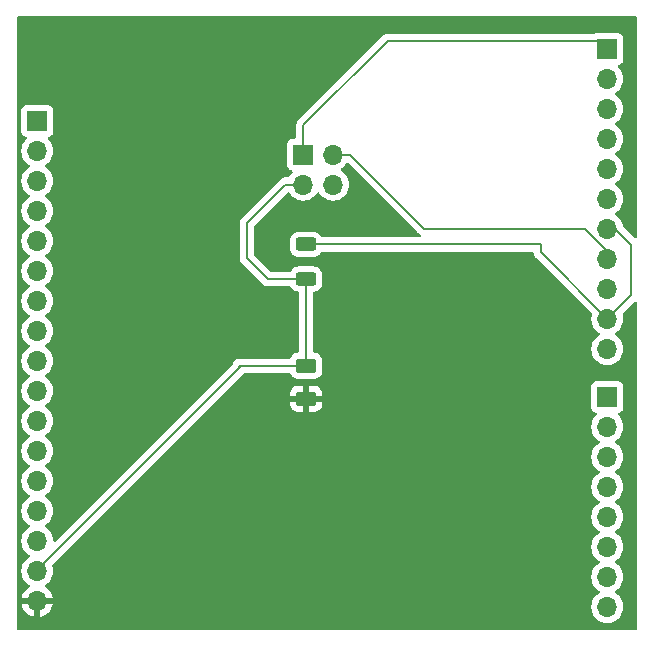
<source format=gbr>
%TF.GenerationSoftware,KiCad,Pcbnew,8.0.5*%
%TF.CreationDate,2024-10-18T19:53:41+02:00*%
%TF.ProjectId,p_ytka,70427974-6b61-42e6-9b69-6361645f7063,rev?*%
%TF.SameCoordinates,Original*%
%TF.FileFunction,Copper,L1,Top*%
%TF.FilePolarity,Positive*%
%FSLAX46Y46*%
G04 Gerber Fmt 4.6, Leading zero omitted, Abs format (unit mm)*
G04 Created by KiCad (PCBNEW 8.0.5) date 2024-10-18 19:53:41*
%MOMM*%
%LPD*%
G01*
G04 APERTURE LIST*
G04 Aperture macros list*
%AMRoundRect*
0 Rectangle with rounded corners*
0 $1 Rounding radius*
0 $2 $3 $4 $5 $6 $7 $8 $9 X,Y pos of 4 corners*
0 Add a 4 corners polygon primitive as box body*
4,1,4,$2,$3,$4,$5,$6,$7,$8,$9,$2,$3,0*
0 Add four circle primitives for the rounded corners*
1,1,$1+$1,$2,$3*
1,1,$1+$1,$4,$5*
1,1,$1+$1,$6,$7*
1,1,$1+$1,$8,$9*
0 Add four rect primitives between the rounded corners*
20,1,$1+$1,$2,$3,$4,$5,0*
20,1,$1+$1,$4,$5,$6,$7,0*
20,1,$1+$1,$6,$7,$8,$9,0*
20,1,$1+$1,$8,$9,$2,$3,0*%
G04 Aperture macros list end*
%TA.AperFunction,SMDPad,CuDef*%
%ADD10RoundRect,0.250000X0.625000X-0.375000X0.625000X0.375000X-0.625000X0.375000X-0.625000X-0.375000X0*%
%TD*%
%TA.AperFunction,SMDPad,CuDef*%
%ADD11RoundRect,0.250000X-0.625000X0.312500X-0.625000X-0.312500X0.625000X-0.312500X0.625000X0.312500X0*%
%TD*%
%TA.AperFunction,ComponentPad*%
%ADD12O,1.700000X1.700000*%
%TD*%
%TA.AperFunction,ComponentPad*%
%ADD13R,1.700000X1.700000*%
%TD*%
%TA.AperFunction,Conductor*%
%ADD14C,0.200000*%
%TD*%
G04 APERTURE END LIST*
D10*
%TO.P,D1,1,K*%
%TO.N,GND*%
X127500000Y-82900000D03*
%TO.P,D1,2,A*%
%TO.N,ADC*%
X127500000Y-80100000D03*
%TD*%
D11*
%TO.P,R1,1*%
%TO.N,INPUT*%
X127500000Y-69820000D03*
%TO.P,R1,2*%
%TO.N,ADC*%
X127500000Y-72745000D03*
%TD*%
D12*
%TO.P,REF\u002A\u002A,17*%
%TO.N,GND*%
X104740000Y-100000000D03*
%TO.P,REF\u002A\u002A,16*%
%TO.N,ADC*%
X104740000Y-97460000D03*
%TO.P,REF\u002A\u002A,15*%
%TO.N,N/C*%
X104740000Y-94920000D03*
%TO.P,REF\u002A\u002A,14*%
X104740000Y-92380000D03*
%TO.P,REF\u002A\u002A,13*%
X104740000Y-89840000D03*
%TO.P,REF\u002A\u002A,12*%
X104740000Y-87300000D03*
%TO.P,REF\u002A\u002A,11*%
X104740000Y-84760000D03*
%TO.P,REF\u002A\u002A,10*%
X104740000Y-82220000D03*
%TO.P,REF\u002A\u002A,9*%
X104740000Y-79680000D03*
%TO.P,REF\u002A\u002A,8*%
X104740000Y-77140000D03*
%TO.P,REF\u002A\u002A,7*%
X104740000Y-74600000D03*
%TO.P,REF\u002A\u002A,6*%
X104740000Y-72060000D03*
%TO.P,REF\u002A\u002A,5*%
X104740000Y-69520000D03*
%TO.P,REF\u002A\u002A,4*%
X104740000Y-66980000D03*
%TO.P,REF\u002A\u002A,3*%
X104740000Y-64440000D03*
%TO.P,REF\u002A\u002A,2*%
X104740000Y-61900000D03*
D13*
%TO.P,REF\u002A\u002A,1*%
X104740000Y-59360000D03*
%TD*%
%TO.P,REF\u002A\u002A,1*%
%TO.N,N/C*%
X153000000Y-82720000D03*
D12*
%TO.P,REF\u002A\u002A,2*%
X153000000Y-85260000D03*
%TO.P,REF\u002A\u002A,3*%
X153000000Y-87800000D03*
%TO.P,REF\u002A\u002A,4*%
X153000000Y-90340000D03*
%TO.P,REF\u002A\u002A,5*%
X153000000Y-92880000D03*
%TO.P,REF\u002A\u002A,6*%
X153000000Y-95420000D03*
%TO.P,REF\u002A\u002A,7*%
X153000000Y-97960000D03*
%TO.P,REF\u002A\u002A,8*%
X153000000Y-100500000D03*
%TD*%
D13*
%TO.P,REF\u002A\u002A,1*%
%TO.N,DAC_OUT*%
X127250000Y-62210000D03*
D12*
%TO.P,REF\u002A\u002A,2*%
%TO.N,ADC*%
X127250000Y-64750000D03*
%TO.P,REF\u002A\u002A,3*%
%TO.N,OPAMP_IN*%
X129790000Y-62210000D03*
%TO.P,REF\u002A\u002A,4*%
%TO.N,N/C*%
X129790000Y-64750000D03*
%TD*%
D13*
%TO.P,REF\u002A\u002A,1*%
%TO.N,DAC_OUT*%
X153000000Y-53260000D03*
D12*
%TO.P,REF\u002A\u002A,2*%
%TO.N,N/C*%
X153000000Y-55800000D03*
%TO.P,REF\u002A\u002A,3*%
X153000000Y-58340000D03*
%TO.P,REF\u002A\u002A,4*%
X153000000Y-60880000D03*
%TO.P,REF\u002A\u002A,5*%
X153000000Y-63420000D03*
%TO.P,REF\u002A\u002A,6*%
X153000000Y-65960000D03*
%TO.P,REF\u002A\u002A,7*%
%TO.N,INPUT*%
X153000000Y-68500000D03*
%TO.P,REF\u002A\u002A,8*%
%TO.N,OPAMP_IN*%
X153000000Y-71040000D03*
%TO.P,REF\u002A\u002A,9*%
%TO.N,N/C*%
X153000000Y-73580000D03*
%TO.P,REF\u002A\u002A,10*%
%TO.N,INPUT*%
X153000000Y-76120000D03*
%TO.P,REF\u002A\u002A,11*%
%TO.N,N/C*%
X153000000Y-78660000D03*
%TD*%
D14*
%TO.N,ADC*%
X104740000Y-97360000D02*
X104740000Y-97460000D01*
X122000000Y-80100000D02*
X121860000Y-80100000D01*
X122000000Y-80100000D02*
X104740000Y-97360000D01*
X127500000Y-80100000D02*
X122000000Y-80100000D01*
%TO.N,GND*%
X113000000Y-100000000D02*
X104740000Y-100000000D01*
X127500000Y-85500000D02*
X113000000Y-100000000D01*
X127500000Y-82900000D02*
X127500000Y-85500000D01*
%TO.N,INPUT*%
X147360000Y-70480000D02*
X153000000Y-76120000D01*
X147360000Y-69820000D02*
X147360000Y-70480000D01*
X127500000Y-69820000D02*
X147360000Y-69820000D01*
X155000000Y-74120000D02*
X153000000Y-76120000D01*
X155000000Y-69840000D02*
X155000000Y-74120000D01*
X153000000Y-67840000D02*
X155000000Y-69840000D01*
%TO.N,ADC*%
X127500000Y-72745000D02*
X127500000Y-80100000D01*
%TO.N,DAC_OUT*%
X134400000Y-52600000D02*
X153000000Y-52600000D01*
X127250000Y-59750000D02*
X134400000Y-52600000D01*
X127250000Y-62210000D02*
X127250000Y-59750000D01*
%TO.N,OPAMP_IN*%
X151120000Y-68500000D02*
X153000000Y-70380000D01*
X137500000Y-68500000D02*
X151120000Y-68500000D01*
X129790000Y-62210000D02*
X131210000Y-62210000D01*
X131210000Y-62210000D02*
X137500000Y-68500000D01*
%TO.N,ADC*%
X122500000Y-68000000D02*
X125750000Y-64750000D01*
X122500000Y-71000000D02*
X122500000Y-68000000D01*
X127500000Y-72745000D02*
X124245000Y-72745000D01*
X124245000Y-72745000D02*
X122500000Y-71000000D01*
X125750000Y-64750000D02*
X127250000Y-64750000D01*
X127462500Y-72745000D02*
X127500000Y-72782500D01*
%TD*%
%TA.AperFunction,Conductor*%
%TO.N,GND*%
G36*
X155442539Y-50520185D02*
G01*
X155488294Y-50572989D01*
X155499500Y-50624500D01*
X155499500Y-69190903D01*
X155479815Y-69257942D01*
X155427011Y-69303697D01*
X155357853Y-69313641D01*
X155294297Y-69284616D01*
X155287819Y-69278584D01*
X154372847Y-68363612D01*
X154339362Y-68302289D01*
X154337000Y-68286737D01*
X154335063Y-68264592D01*
X154288026Y-68089046D01*
X154273905Y-68036344D01*
X154273904Y-68036343D01*
X154273903Y-68036337D01*
X154174035Y-67822171D01*
X154136254Y-67768213D01*
X154038494Y-67628597D01*
X153871402Y-67461506D01*
X153871396Y-67461501D01*
X153685842Y-67331575D01*
X153642217Y-67276998D01*
X153635023Y-67207500D01*
X153666546Y-67145145D01*
X153685842Y-67128425D01*
X153708026Y-67112891D01*
X153871401Y-66998495D01*
X154038495Y-66831401D01*
X154174035Y-66637830D01*
X154273903Y-66423663D01*
X154335063Y-66195408D01*
X154355659Y-65960000D01*
X154335063Y-65724592D01*
X154273903Y-65496337D01*
X154174035Y-65282171D01*
X154131926Y-65222032D01*
X154038494Y-65088597D01*
X153871402Y-64921506D01*
X153871396Y-64921501D01*
X153685842Y-64791575D01*
X153642217Y-64736998D01*
X153635023Y-64667500D01*
X153666546Y-64605145D01*
X153685842Y-64588425D01*
X153708026Y-64572891D01*
X153871401Y-64458495D01*
X154038495Y-64291401D01*
X154174035Y-64097830D01*
X154273903Y-63883663D01*
X154335063Y-63655408D01*
X154355659Y-63420000D01*
X154335063Y-63184592D01*
X154273903Y-62956337D01*
X154174035Y-62742171D01*
X154058966Y-62577834D01*
X154038494Y-62548597D01*
X153871402Y-62381506D01*
X153871396Y-62381501D01*
X153685842Y-62251575D01*
X153642217Y-62196998D01*
X153635023Y-62127500D01*
X153666546Y-62065145D01*
X153685842Y-62048425D01*
X153708026Y-62032891D01*
X153871401Y-61918495D01*
X154038495Y-61751401D01*
X154174035Y-61557830D01*
X154273903Y-61343663D01*
X154335063Y-61115408D01*
X154355659Y-60880000D01*
X154335063Y-60644592D01*
X154273903Y-60416337D01*
X154174035Y-60202171D01*
X154038495Y-60008599D01*
X154038494Y-60008597D01*
X153871402Y-59841506D01*
X153871396Y-59841501D01*
X153685842Y-59711575D01*
X153642217Y-59656998D01*
X153635023Y-59587500D01*
X153666546Y-59525145D01*
X153685842Y-59508425D01*
X153757082Y-59458542D01*
X153871401Y-59378495D01*
X154038495Y-59211401D01*
X154174035Y-59017830D01*
X154273903Y-58803663D01*
X154335063Y-58575408D01*
X154355659Y-58340000D01*
X154335063Y-58104592D01*
X154273903Y-57876337D01*
X154174035Y-57662171D01*
X154038495Y-57468599D01*
X154038494Y-57468597D01*
X153871402Y-57301506D01*
X153871396Y-57301501D01*
X153685842Y-57171575D01*
X153642217Y-57116998D01*
X153635023Y-57047500D01*
X153666546Y-56985145D01*
X153685842Y-56968425D01*
X153708026Y-56952891D01*
X153871401Y-56838495D01*
X154038495Y-56671401D01*
X154174035Y-56477830D01*
X154273903Y-56263663D01*
X154335063Y-56035408D01*
X154355659Y-55800000D01*
X154335063Y-55564592D01*
X154273903Y-55336337D01*
X154174035Y-55122171D01*
X154038495Y-54928599D01*
X153916567Y-54806671D01*
X153883084Y-54745351D01*
X153888068Y-54675659D01*
X153929939Y-54619725D01*
X153960915Y-54602810D01*
X154092331Y-54553796D01*
X154207546Y-54467546D01*
X154293796Y-54352331D01*
X154344091Y-54217483D01*
X154350500Y-54157873D01*
X154350499Y-52362128D01*
X154344091Y-52302517D01*
X154293796Y-52167669D01*
X154293795Y-52167668D01*
X154293793Y-52167664D01*
X154207547Y-52052455D01*
X154207544Y-52052452D01*
X154092335Y-51966206D01*
X154092328Y-51966202D01*
X153957482Y-51915908D01*
X153957483Y-51915908D01*
X153897883Y-51909501D01*
X153897881Y-51909500D01*
X153897873Y-51909500D01*
X153897864Y-51909500D01*
X152102129Y-51909500D01*
X152102123Y-51909501D01*
X152042516Y-51915908D01*
X151907671Y-51966202D01*
X151907664Y-51966206D01*
X151896229Y-51974767D01*
X151830765Y-51999184D01*
X151821919Y-51999500D01*
X134486669Y-51999500D01*
X134486653Y-51999499D01*
X134479057Y-51999499D01*
X134320943Y-51999499D01*
X134213587Y-52028265D01*
X134168210Y-52040424D01*
X134168209Y-52040425D01*
X134118096Y-52069359D01*
X134118095Y-52069360D01*
X134074689Y-52094420D01*
X134031285Y-52119479D01*
X134031282Y-52119481D01*
X126769481Y-59381282D01*
X126769480Y-59381284D01*
X126724876Y-59458541D01*
X126690423Y-59518215D01*
X126649499Y-59670943D01*
X126649499Y-59670945D01*
X126649499Y-59839046D01*
X126649500Y-59839059D01*
X126649500Y-60735500D01*
X126629815Y-60802539D01*
X126577011Y-60848294D01*
X126525501Y-60859500D01*
X126352130Y-60859500D01*
X126352123Y-60859501D01*
X126292516Y-60865908D01*
X126157671Y-60916202D01*
X126157664Y-60916206D01*
X126042455Y-61002452D01*
X126042452Y-61002455D01*
X125956206Y-61117664D01*
X125956202Y-61117671D01*
X125905908Y-61252517D01*
X125899501Y-61312116D01*
X125899500Y-61312135D01*
X125899500Y-63107870D01*
X125899501Y-63107876D01*
X125905908Y-63167483D01*
X125956202Y-63302328D01*
X125956206Y-63302335D01*
X126042452Y-63417544D01*
X126042455Y-63417547D01*
X126157664Y-63503793D01*
X126157671Y-63503797D01*
X126289081Y-63552810D01*
X126345015Y-63594681D01*
X126369432Y-63660145D01*
X126354580Y-63728418D01*
X126333430Y-63756673D01*
X126211503Y-63878600D01*
X126075965Y-64072170D01*
X126075962Y-64072175D01*
X126073289Y-64077909D01*
X126027115Y-64130346D01*
X125960909Y-64149500D01*
X125670943Y-64149500D01*
X125518214Y-64190423D01*
X125506585Y-64197138D01*
X125506583Y-64197139D01*
X125381287Y-64269477D01*
X125381282Y-64269481D01*
X122019481Y-67631282D01*
X122019477Y-67631287D01*
X122004155Y-67657828D01*
X122004154Y-67657830D01*
X121940423Y-67768215D01*
X121899499Y-67920943D01*
X121899499Y-67920945D01*
X121899499Y-68089046D01*
X121899500Y-68089059D01*
X121899500Y-70913330D01*
X121899499Y-70913348D01*
X121899499Y-71079054D01*
X121899498Y-71079054D01*
X121940424Y-71231789D01*
X121940425Y-71231790D01*
X121965608Y-71275407D01*
X121965610Y-71275409D01*
X122019479Y-71368714D01*
X122019481Y-71368717D01*
X122138349Y-71487585D01*
X122138354Y-71487589D01*
X123876284Y-73225520D01*
X123876286Y-73225521D01*
X123876290Y-73225524D01*
X124013209Y-73304573D01*
X124013216Y-73304577D01*
X124165943Y-73345501D01*
X124165945Y-73345501D01*
X124331654Y-73345501D01*
X124331670Y-73345500D01*
X126101652Y-73345500D01*
X126168691Y-73365185D01*
X126207189Y-73404401D01*
X126282288Y-73526156D01*
X126406344Y-73650212D01*
X126555666Y-73742314D01*
X126722203Y-73797499D01*
X126788103Y-73804231D01*
X126852794Y-73830627D01*
X126892945Y-73887807D01*
X126899500Y-73927589D01*
X126899500Y-78854911D01*
X126879815Y-78921950D01*
X126827011Y-78967705D01*
X126788102Y-78978269D01*
X126722202Y-78985001D01*
X126722200Y-78985001D01*
X126555668Y-79040185D01*
X126555663Y-79040187D01*
X126406342Y-79132289D01*
X126282289Y-79256342D01*
X126190185Y-79405667D01*
X126187256Y-79414507D01*
X126147482Y-79471951D01*
X126082965Y-79498772D01*
X126069551Y-79499500D01*
X121780943Y-79499500D01*
X121628216Y-79540423D01*
X121628209Y-79540426D01*
X121491290Y-79619475D01*
X121491282Y-79619481D01*
X121379481Y-79731282D01*
X121379475Y-79731290D01*
X121300426Y-79868209D01*
X121300420Y-79868222D01*
X121278960Y-79948310D01*
X121246867Y-80003896D01*
X106302605Y-94948158D01*
X106241282Y-94981643D01*
X106171590Y-94976659D01*
X106115657Y-94934787D01*
X106091397Y-94871286D01*
X106075063Y-94684592D01*
X106013903Y-94456337D01*
X105914035Y-94242171D01*
X105908913Y-94234855D01*
X105778494Y-94048597D01*
X105611402Y-93881506D01*
X105611396Y-93881501D01*
X105425842Y-93751575D01*
X105382217Y-93696998D01*
X105375023Y-93627500D01*
X105406546Y-93565145D01*
X105425842Y-93548425D01*
X105448026Y-93532891D01*
X105611401Y-93418495D01*
X105778495Y-93251401D01*
X105914035Y-93057830D01*
X106013903Y-92843663D01*
X106075063Y-92615408D01*
X106095659Y-92380000D01*
X106075063Y-92144592D01*
X106013903Y-91916337D01*
X105914035Y-91702171D01*
X105908913Y-91694855D01*
X105778494Y-91508597D01*
X105611402Y-91341506D01*
X105611396Y-91341501D01*
X105425842Y-91211575D01*
X105382217Y-91156998D01*
X105375023Y-91087500D01*
X105406546Y-91025145D01*
X105425842Y-91008425D01*
X105448026Y-90992891D01*
X105611401Y-90878495D01*
X105778495Y-90711401D01*
X105914035Y-90517830D01*
X106013903Y-90303663D01*
X106075063Y-90075408D01*
X106095659Y-89840000D01*
X106075063Y-89604592D01*
X106013903Y-89376337D01*
X105914035Y-89162171D01*
X105908913Y-89154855D01*
X105778494Y-88968597D01*
X105611402Y-88801506D01*
X105611396Y-88801501D01*
X105425842Y-88671575D01*
X105382217Y-88616998D01*
X105375023Y-88547500D01*
X105406546Y-88485145D01*
X105425842Y-88468425D01*
X105448026Y-88452891D01*
X105611401Y-88338495D01*
X105778495Y-88171401D01*
X105914035Y-87977830D01*
X106013903Y-87763663D01*
X106075063Y-87535408D01*
X106095659Y-87300000D01*
X106075063Y-87064592D01*
X106013903Y-86836337D01*
X105914035Y-86622171D01*
X105908913Y-86614855D01*
X105778494Y-86428597D01*
X105611402Y-86261506D01*
X105611396Y-86261501D01*
X105425842Y-86131575D01*
X105382217Y-86076998D01*
X105375023Y-86007500D01*
X105406546Y-85945145D01*
X105425842Y-85928425D01*
X105448026Y-85912891D01*
X105611401Y-85798495D01*
X105778495Y-85631401D01*
X105914035Y-85437830D01*
X106013903Y-85223663D01*
X106075063Y-84995408D01*
X106095659Y-84760000D01*
X106075063Y-84524592D01*
X106013903Y-84296337D01*
X105914035Y-84082171D01*
X105912323Y-84079725D01*
X105778494Y-83888597D01*
X105611402Y-83721506D01*
X105611396Y-83721501D01*
X105425842Y-83591575D01*
X105382217Y-83536998D01*
X105375023Y-83467500D01*
X105406546Y-83405145D01*
X105425842Y-83388425D01*
X105516442Y-83324986D01*
X105611401Y-83258495D01*
X105778495Y-83091401D01*
X105914035Y-82897830D01*
X106013903Y-82683663D01*
X106075063Y-82455408D01*
X106095659Y-82220000D01*
X106075063Y-81984592D01*
X106028626Y-81811285D01*
X106013905Y-81756344D01*
X106013904Y-81756343D01*
X106013903Y-81756337D01*
X105914035Y-81542171D01*
X105832835Y-81426204D01*
X105778494Y-81348597D01*
X105611402Y-81181506D01*
X105611396Y-81181501D01*
X105425842Y-81051575D01*
X105382217Y-80996998D01*
X105375023Y-80927500D01*
X105406546Y-80865145D01*
X105425842Y-80848425D01*
X105503092Y-80794334D01*
X105611401Y-80718495D01*
X105778495Y-80551401D01*
X105914035Y-80357830D01*
X106013903Y-80143663D01*
X106075063Y-79915408D01*
X106095659Y-79680000D01*
X106075063Y-79444592D01*
X106013903Y-79216337D01*
X105914035Y-79002171D01*
X105902013Y-78985001D01*
X105778494Y-78808597D01*
X105611402Y-78641506D01*
X105611396Y-78641501D01*
X105425842Y-78511575D01*
X105382217Y-78456998D01*
X105375023Y-78387500D01*
X105406546Y-78325145D01*
X105425842Y-78308425D01*
X105448026Y-78292891D01*
X105611401Y-78178495D01*
X105778495Y-78011401D01*
X105914035Y-77817830D01*
X106013903Y-77603663D01*
X106075063Y-77375408D01*
X106095659Y-77140000D01*
X106075063Y-76904592D01*
X106013903Y-76676337D01*
X105914035Y-76462171D01*
X105778495Y-76268599D01*
X105778494Y-76268597D01*
X105611402Y-76101506D01*
X105611396Y-76101501D01*
X105425842Y-75971575D01*
X105382217Y-75916998D01*
X105375023Y-75847500D01*
X105406546Y-75785145D01*
X105425842Y-75768425D01*
X105448026Y-75752891D01*
X105611401Y-75638495D01*
X105778495Y-75471401D01*
X105914035Y-75277830D01*
X106013903Y-75063663D01*
X106075063Y-74835408D01*
X106095659Y-74600000D01*
X106075063Y-74364592D01*
X106013903Y-74136337D01*
X105914035Y-73922171D01*
X105889974Y-73887807D01*
X105778494Y-73728597D01*
X105611402Y-73561506D01*
X105611396Y-73561501D01*
X105425842Y-73431575D01*
X105382217Y-73376998D01*
X105375023Y-73307500D01*
X105406546Y-73245145D01*
X105425842Y-73228425D01*
X105451734Y-73210295D01*
X105611401Y-73098495D01*
X105778495Y-72931401D01*
X105914035Y-72737830D01*
X106013903Y-72523663D01*
X106075063Y-72295408D01*
X106095659Y-72060000D01*
X106075063Y-71824592D01*
X106013903Y-71596337D01*
X105914035Y-71382171D01*
X105904615Y-71368717D01*
X105778494Y-71188597D01*
X105611402Y-71021506D01*
X105611396Y-71021501D01*
X105425842Y-70891575D01*
X105382217Y-70836998D01*
X105375023Y-70767500D01*
X105406546Y-70705145D01*
X105425842Y-70688425D01*
X105550473Y-70601157D01*
X105611401Y-70558495D01*
X105778495Y-70391401D01*
X105914035Y-70197830D01*
X106013903Y-69983663D01*
X106075063Y-69755408D01*
X106095659Y-69520000D01*
X106075063Y-69284592D01*
X106013903Y-69056337D01*
X105914035Y-68842171D01*
X105900393Y-68822687D01*
X105778494Y-68648597D01*
X105611402Y-68481506D01*
X105611396Y-68481501D01*
X105425842Y-68351575D01*
X105382217Y-68296998D01*
X105375023Y-68227500D01*
X105406546Y-68165145D01*
X105425842Y-68148425D01*
X105450322Y-68131284D01*
X105611401Y-68018495D01*
X105778495Y-67851401D01*
X105914035Y-67657830D01*
X106013903Y-67443663D01*
X106075063Y-67215408D01*
X106095659Y-66980000D01*
X106075063Y-66744592D01*
X106013903Y-66516337D01*
X105914035Y-66302171D01*
X105778495Y-66108599D01*
X105778494Y-66108597D01*
X105611402Y-65941506D01*
X105611396Y-65941501D01*
X105425842Y-65811575D01*
X105382217Y-65756998D01*
X105375023Y-65687500D01*
X105406546Y-65625145D01*
X105425842Y-65608425D01*
X105448026Y-65592891D01*
X105611401Y-65478495D01*
X105778495Y-65311401D01*
X105914035Y-65117830D01*
X106013903Y-64903663D01*
X106075063Y-64675408D01*
X106095659Y-64440000D01*
X106075063Y-64204592D01*
X106013903Y-63976337D01*
X105914035Y-63762171D01*
X105910186Y-63756673D01*
X105778494Y-63568597D01*
X105611402Y-63401506D01*
X105611396Y-63401501D01*
X105425842Y-63271575D01*
X105382217Y-63216998D01*
X105375023Y-63147500D01*
X105406546Y-63085145D01*
X105425842Y-63068425D01*
X105448026Y-63052891D01*
X105611401Y-62938495D01*
X105778495Y-62771401D01*
X105914035Y-62577830D01*
X106013903Y-62363663D01*
X106075063Y-62135408D01*
X106095659Y-61900000D01*
X106075063Y-61664592D01*
X106013903Y-61436337D01*
X105914035Y-61222171D01*
X105878559Y-61171506D01*
X105778496Y-61028600D01*
X105752348Y-61002452D01*
X105656567Y-60906671D01*
X105623084Y-60845351D01*
X105628068Y-60775659D01*
X105669939Y-60719725D01*
X105700915Y-60702810D01*
X105832331Y-60653796D01*
X105947546Y-60567546D01*
X106033796Y-60452331D01*
X106084091Y-60317483D01*
X106090500Y-60257873D01*
X106090499Y-58462128D01*
X106084091Y-58402517D01*
X106060773Y-58339999D01*
X106033797Y-58267671D01*
X106033793Y-58267664D01*
X105947547Y-58152455D01*
X105947544Y-58152452D01*
X105832335Y-58066206D01*
X105832328Y-58066202D01*
X105697482Y-58015908D01*
X105697483Y-58015908D01*
X105637883Y-58009501D01*
X105637881Y-58009500D01*
X105637873Y-58009500D01*
X105637864Y-58009500D01*
X103842129Y-58009500D01*
X103842123Y-58009501D01*
X103782516Y-58015908D01*
X103647671Y-58066202D01*
X103647664Y-58066206D01*
X103532455Y-58152452D01*
X103532452Y-58152455D01*
X103446206Y-58267664D01*
X103446202Y-58267671D01*
X103395908Y-58402517D01*
X103389501Y-58462116D01*
X103389501Y-58462123D01*
X103389500Y-58462135D01*
X103389500Y-60257870D01*
X103389501Y-60257876D01*
X103395908Y-60317483D01*
X103446202Y-60452328D01*
X103446206Y-60452335D01*
X103532452Y-60567544D01*
X103532455Y-60567547D01*
X103647664Y-60653793D01*
X103647671Y-60653797D01*
X103779081Y-60702810D01*
X103835015Y-60744681D01*
X103859432Y-60810145D01*
X103844580Y-60878418D01*
X103823430Y-60906673D01*
X103701503Y-61028600D01*
X103565965Y-61222169D01*
X103565964Y-61222171D01*
X103466098Y-61436335D01*
X103466094Y-61436344D01*
X103404938Y-61664586D01*
X103404936Y-61664596D01*
X103384341Y-61899999D01*
X103384341Y-61900000D01*
X103404936Y-62135403D01*
X103404938Y-62135413D01*
X103466094Y-62363655D01*
X103466096Y-62363659D01*
X103466097Y-62363663D01*
X103552333Y-62548597D01*
X103565965Y-62577830D01*
X103565967Y-62577834D01*
X103701501Y-62771395D01*
X103701506Y-62771402D01*
X103868597Y-62938493D01*
X103868603Y-62938498D01*
X104054158Y-63068425D01*
X104097783Y-63123002D01*
X104104977Y-63192500D01*
X104073454Y-63254855D01*
X104054158Y-63271575D01*
X103868597Y-63401505D01*
X103701505Y-63568597D01*
X103565965Y-63762169D01*
X103565964Y-63762171D01*
X103466098Y-63976335D01*
X103466094Y-63976344D01*
X103404938Y-64204586D01*
X103404936Y-64204596D01*
X103384341Y-64439999D01*
X103384341Y-64440000D01*
X103404936Y-64675403D01*
X103404938Y-64675413D01*
X103466094Y-64903655D01*
X103466096Y-64903659D01*
X103466097Y-64903663D01*
X103504218Y-64985413D01*
X103565965Y-65117830D01*
X103565967Y-65117834D01*
X103701501Y-65311395D01*
X103701506Y-65311402D01*
X103868597Y-65478493D01*
X103868603Y-65478498D01*
X104054158Y-65608425D01*
X104097783Y-65663002D01*
X104104977Y-65732500D01*
X104073454Y-65794855D01*
X104054158Y-65811575D01*
X103868597Y-65941505D01*
X103701505Y-66108597D01*
X103565965Y-66302169D01*
X103565964Y-66302171D01*
X103466098Y-66516335D01*
X103466094Y-66516344D01*
X103404938Y-66744586D01*
X103404936Y-66744596D01*
X103384341Y-66979999D01*
X103384341Y-66980000D01*
X103404936Y-67215403D01*
X103404938Y-67215413D01*
X103466094Y-67443655D01*
X103466096Y-67443659D01*
X103466097Y-67443663D01*
X103501451Y-67519480D01*
X103565964Y-67657828D01*
X103565967Y-67657834D01*
X103701501Y-67851395D01*
X103701506Y-67851402D01*
X103868597Y-68018493D01*
X103868603Y-68018498D01*
X104054158Y-68148425D01*
X104097783Y-68203002D01*
X104104977Y-68272500D01*
X104073454Y-68334855D01*
X104054158Y-68351575D01*
X103868597Y-68481505D01*
X103701505Y-68648597D01*
X103565965Y-68842169D01*
X103565964Y-68842171D01*
X103466098Y-69056335D01*
X103466094Y-69056344D01*
X103404938Y-69284586D01*
X103404936Y-69284596D01*
X103384341Y-69519999D01*
X103384341Y-69520000D01*
X103404936Y-69755403D01*
X103404938Y-69755413D01*
X103466094Y-69983655D01*
X103466096Y-69983659D01*
X103466097Y-69983663D01*
X103558407Y-70181621D01*
X103565965Y-70197830D01*
X103565967Y-70197834D01*
X103701501Y-70391395D01*
X103701506Y-70391402D01*
X103868597Y-70558493D01*
X103868603Y-70558498D01*
X104054158Y-70688425D01*
X104097783Y-70743002D01*
X104104977Y-70812500D01*
X104073454Y-70874855D01*
X104054158Y-70891575D01*
X103868597Y-71021505D01*
X103701505Y-71188597D01*
X103565965Y-71382169D01*
X103565964Y-71382171D01*
X103466098Y-71596335D01*
X103466094Y-71596344D01*
X103404938Y-71824586D01*
X103404936Y-71824596D01*
X103384341Y-72059999D01*
X103384341Y-72060000D01*
X103404936Y-72295403D01*
X103404938Y-72295413D01*
X103466094Y-72523655D01*
X103466096Y-72523659D01*
X103466097Y-72523663D01*
X103552333Y-72708597D01*
X103565965Y-72737830D01*
X103565967Y-72737834D01*
X103701501Y-72931395D01*
X103701506Y-72931402D01*
X103868597Y-73098493D01*
X103868603Y-73098498D01*
X104054158Y-73228425D01*
X104097783Y-73283002D01*
X104104977Y-73352500D01*
X104073454Y-73414855D01*
X104054158Y-73431575D01*
X103868597Y-73561505D01*
X103701505Y-73728597D01*
X103565965Y-73922169D01*
X103565964Y-73922171D01*
X103466098Y-74136335D01*
X103466094Y-74136344D01*
X103404938Y-74364586D01*
X103404936Y-74364596D01*
X103384341Y-74599999D01*
X103384341Y-74600000D01*
X103404936Y-74835403D01*
X103404938Y-74835413D01*
X103466094Y-75063655D01*
X103466096Y-75063659D01*
X103466097Y-75063663D01*
X103565965Y-75277830D01*
X103565967Y-75277834D01*
X103701501Y-75471395D01*
X103701506Y-75471402D01*
X103868597Y-75638493D01*
X103868603Y-75638498D01*
X104054158Y-75768425D01*
X104097783Y-75823002D01*
X104104977Y-75892500D01*
X104073454Y-75954855D01*
X104054158Y-75971575D01*
X103868597Y-76101505D01*
X103701505Y-76268597D01*
X103565965Y-76462169D01*
X103565964Y-76462171D01*
X103466098Y-76676335D01*
X103466094Y-76676344D01*
X103404938Y-76904586D01*
X103404936Y-76904596D01*
X103384341Y-77139999D01*
X103384341Y-77140000D01*
X103404936Y-77375403D01*
X103404938Y-77375413D01*
X103466094Y-77603655D01*
X103466096Y-77603659D01*
X103466097Y-77603663D01*
X103552333Y-77788597D01*
X103565965Y-77817830D01*
X103565967Y-77817834D01*
X103701501Y-78011395D01*
X103701506Y-78011402D01*
X103868597Y-78178493D01*
X103868603Y-78178498D01*
X104054158Y-78308425D01*
X104097783Y-78363002D01*
X104104977Y-78432500D01*
X104073454Y-78494855D01*
X104054158Y-78511575D01*
X103868597Y-78641505D01*
X103701505Y-78808597D01*
X103565965Y-79002169D01*
X103565964Y-79002171D01*
X103466098Y-79216335D01*
X103466094Y-79216344D01*
X103404938Y-79444586D01*
X103404936Y-79444596D01*
X103384341Y-79679999D01*
X103384341Y-79680000D01*
X103404936Y-79915403D01*
X103404938Y-79915413D01*
X103466094Y-80143655D01*
X103466096Y-80143659D01*
X103466097Y-80143663D01*
X103565965Y-80357830D01*
X103565967Y-80357834D01*
X103701501Y-80551395D01*
X103701506Y-80551402D01*
X103868597Y-80718493D01*
X103868603Y-80718498D01*
X104054158Y-80848425D01*
X104097783Y-80903002D01*
X104104977Y-80972500D01*
X104073454Y-81034855D01*
X104054158Y-81051575D01*
X103868597Y-81181505D01*
X103701505Y-81348597D01*
X103565965Y-81542169D01*
X103565964Y-81542171D01*
X103466098Y-81756335D01*
X103466094Y-81756344D01*
X103404938Y-81984586D01*
X103404936Y-81984596D01*
X103384341Y-82219999D01*
X103384341Y-82220000D01*
X103404936Y-82455403D01*
X103404938Y-82455413D01*
X103466094Y-82683655D01*
X103466096Y-82683659D01*
X103466097Y-82683663D01*
X103565965Y-82897830D01*
X103565967Y-82897834D01*
X103701501Y-83091395D01*
X103701506Y-83091402D01*
X103868597Y-83258493D01*
X103868603Y-83258498D01*
X104054158Y-83388425D01*
X104097783Y-83443002D01*
X104104977Y-83512500D01*
X104073454Y-83574855D01*
X104054158Y-83591575D01*
X103868597Y-83721505D01*
X103701505Y-83888597D01*
X103565965Y-84082169D01*
X103565964Y-84082171D01*
X103466098Y-84296335D01*
X103466094Y-84296344D01*
X103404938Y-84524586D01*
X103404936Y-84524596D01*
X103384341Y-84759999D01*
X103384341Y-84760000D01*
X103404936Y-84995403D01*
X103404938Y-84995413D01*
X103466094Y-85223655D01*
X103466096Y-85223659D01*
X103466097Y-85223663D01*
X103565965Y-85437830D01*
X103565967Y-85437834D01*
X103701501Y-85631395D01*
X103701506Y-85631402D01*
X103868597Y-85798493D01*
X103868603Y-85798498D01*
X104054158Y-85928425D01*
X104097783Y-85983002D01*
X104104977Y-86052500D01*
X104073454Y-86114855D01*
X104054158Y-86131575D01*
X103868597Y-86261505D01*
X103701505Y-86428597D01*
X103565965Y-86622169D01*
X103565964Y-86622171D01*
X103466098Y-86836335D01*
X103466094Y-86836344D01*
X103404938Y-87064586D01*
X103404936Y-87064596D01*
X103384341Y-87299999D01*
X103384341Y-87300000D01*
X103404936Y-87535403D01*
X103404938Y-87535413D01*
X103466094Y-87763655D01*
X103466096Y-87763659D01*
X103466097Y-87763663D01*
X103565965Y-87977830D01*
X103565967Y-87977834D01*
X103701501Y-88171395D01*
X103701506Y-88171402D01*
X103868597Y-88338493D01*
X103868603Y-88338498D01*
X104054158Y-88468425D01*
X104097783Y-88523002D01*
X104104977Y-88592500D01*
X104073454Y-88654855D01*
X104054158Y-88671575D01*
X103868597Y-88801505D01*
X103701505Y-88968597D01*
X103565965Y-89162169D01*
X103565964Y-89162171D01*
X103466098Y-89376335D01*
X103466094Y-89376344D01*
X103404938Y-89604586D01*
X103404936Y-89604596D01*
X103384341Y-89839999D01*
X103384341Y-89840000D01*
X103404936Y-90075403D01*
X103404938Y-90075413D01*
X103466094Y-90303655D01*
X103466096Y-90303659D01*
X103466097Y-90303663D01*
X103565965Y-90517830D01*
X103565967Y-90517834D01*
X103701501Y-90711395D01*
X103701506Y-90711402D01*
X103868597Y-90878493D01*
X103868603Y-90878498D01*
X104054158Y-91008425D01*
X104097783Y-91063002D01*
X104104977Y-91132500D01*
X104073454Y-91194855D01*
X104054158Y-91211575D01*
X103868597Y-91341505D01*
X103701505Y-91508597D01*
X103565965Y-91702169D01*
X103565964Y-91702171D01*
X103466098Y-91916335D01*
X103466094Y-91916344D01*
X103404938Y-92144586D01*
X103404936Y-92144596D01*
X103384341Y-92379999D01*
X103384341Y-92380000D01*
X103404936Y-92615403D01*
X103404938Y-92615413D01*
X103466094Y-92843655D01*
X103466096Y-92843659D01*
X103466097Y-92843663D01*
X103565965Y-93057830D01*
X103565967Y-93057834D01*
X103701501Y-93251395D01*
X103701506Y-93251402D01*
X103868597Y-93418493D01*
X103868603Y-93418498D01*
X104054158Y-93548425D01*
X104097783Y-93603002D01*
X104104977Y-93672500D01*
X104073454Y-93734855D01*
X104054158Y-93751575D01*
X103868597Y-93881505D01*
X103701505Y-94048597D01*
X103565965Y-94242169D01*
X103565964Y-94242171D01*
X103466098Y-94456335D01*
X103466094Y-94456344D01*
X103404938Y-94684586D01*
X103404936Y-94684596D01*
X103384341Y-94919999D01*
X103384341Y-94920000D01*
X103404936Y-95155403D01*
X103404938Y-95155413D01*
X103466094Y-95383655D01*
X103466096Y-95383659D01*
X103466097Y-95383663D01*
X103565965Y-95597830D01*
X103565967Y-95597834D01*
X103701501Y-95791395D01*
X103701506Y-95791402D01*
X103868597Y-95958493D01*
X103868603Y-95958498D01*
X104054158Y-96088425D01*
X104097783Y-96143002D01*
X104104977Y-96212500D01*
X104073454Y-96274855D01*
X104054158Y-96291575D01*
X103868597Y-96421505D01*
X103701505Y-96588597D01*
X103565965Y-96782169D01*
X103565964Y-96782171D01*
X103466098Y-96996335D01*
X103466094Y-96996344D01*
X103404938Y-97224586D01*
X103404936Y-97224596D01*
X103384341Y-97459999D01*
X103384341Y-97460000D01*
X103404936Y-97695403D01*
X103404938Y-97695413D01*
X103466094Y-97923655D01*
X103466096Y-97923659D01*
X103466097Y-97923663D01*
X103565965Y-98137830D01*
X103565967Y-98137834D01*
X103701501Y-98331395D01*
X103701506Y-98331402D01*
X103868597Y-98498493D01*
X103868603Y-98498498D01*
X104054594Y-98628730D01*
X104098219Y-98683307D01*
X104105413Y-98752805D01*
X104073890Y-98815160D01*
X104054595Y-98831880D01*
X103868922Y-98961890D01*
X103868920Y-98961891D01*
X103701891Y-99128920D01*
X103701886Y-99128926D01*
X103566400Y-99322420D01*
X103566399Y-99322422D01*
X103466570Y-99536507D01*
X103466567Y-99536513D01*
X103409364Y-99749999D01*
X103409364Y-99750000D01*
X104306988Y-99750000D01*
X104274075Y-99807007D01*
X104240000Y-99934174D01*
X104240000Y-100065826D01*
X104274075Y-100192993D01*
X104306988Y-100250000D01*
X103409364Y-100250000D01*
X103466567Y-100463486D01*
X103466570Y-100463492D01*
X103566399Y-100677578D01*
X103701894Y-100871082D01*
X103868917Y-101038105D01*
X104062421Y-101173600D01*
X104276507Y-101273429D01*
X104276516Y-101273433D01*
X104490000Y-101330634D01*
X104490000Y-100433012D01*
X104547007Y-100465925D01*
X104674174Y-100500000D01*
X104805826Y-100500000D01*
X104932993Y-100465925D01*
X104990000Y-100433012D01*
X104990000Y-101330633D01*
X105203483Y-101273433D01*
X105203492Y-101273429D01*
X105417578Y-101173600D01*
X105611082Y-101038105D01*
X105778105Y-100871082D01*
X105913600Y-100677578D01*
X106013429Y-100463492D01*
X106013432Y-100463486D01*
X106070636Y-100250000D01*
X105173012Y-100250000D01*
X105205925Y-100192993D01*
X105240000Y-100065826D01*
X105240000Y-99934174D01*
X105205925Y-99807007D01*
X105173012Y-99750000D01*
X106070636Y-99750000D01*
X106070635Y-99749999D01*
X106013432Y-99536513D01*
X106013429Y-99536507D01*
X105913600Y-99322422D01*
X105913599Y-99322420D01*
X105778113Y-99128926D01*
X105778108Y-99128920D01*
X105611078Y-98961890D01*
X105425405Y-98831879D01*
X105381780Y-98777302D01*
X105374588Y-98707804D01*
X105406110Y-98645449D01*
X105425406Y-98628730D01*
X105611401Y-98498495D01*
X105778495Y-98331401D01*
X105914035Y-98137830D01*
X106013903Y-97923663D01*
X106075063Y-97695408D01*
X106095659Y-97460000D01*
X106075063Y-97224592D01*
X106019540Y-97017373D01*
X106021203Y-96947523D01*
X106051632Y-96897601D01*
X117689236Y-85259999D01*
X151644341Y-85259999D01*
X151644341Y-85260000D01*
X151664936Y-85495403D01*
X151664938Y-85495413D01*
X151726094Y-85723655D01*
X151726096Y-85723659D01*
X151726097Y-85723663D01*
X151821579Y-85928425D01*
X151825965Y-85937830D01*
X151825967Y-85937834D01*
X151961501Y-86131395D01*
X151961506Y-86131402D01*
X152128597Y-86298493D01*
X152128603Y-86298498D01*
X152314158Y-86428425D01*
X152357783Y-86483002D01*
X152364977Y-86552500D01*
X152333454Y-86614855D01*
X152314158Y-86631575D01*
X152128597Y-86761505D01*
X151961505Y-86928597D01*
X151825965Y-87122169D01*
X151825964Y-87122171D01*
X151726098Y-87336335D01*
X151726094Y-87336344D01*
X151664938Y-87564586D01*
X151664936Y-87564596D01*
X151644341Y-87799999D01*
X151644341Y-87800000D01*
X151664936Y-88035403D01*
X151664938Y-88035413D01*
X151726094Y-88263655D01*
X151726096Y-88263659D01*
X151726097Y-88263663D01*
X151821579Y-88468425D01*
X151825965Y-88477830D01*
X151825967Y-88477834D01*
X151961501Y-88671395D01*
X151961506Y-88671402D01*
X152128597Y-88838493D01*
X152128603Y-88838498D01*
X152314158Y-88968425D01*
X152357783Y-89023002D01*
X152364977Y-89092500D01*
X152333454Y-89154855D01*
X152314158Y-89171575D01*
X152128597Y-89301505D01*
X151961505Y-89468597D01*
X151825965Y-89662169D01*
X151825964Y-89662171D01*
X151726098Y-89876335D01*
X151726094Y-89876344D01*
X151664938Y-90104586D01*
X151664936Y-90104596D01*
X151644341Y-90339999D01*
X151644341Y-90340000D01*
X151664936Y-90575403D01*
X151664938Y-90575413D01*
X151726094Y-90803655D01*
X151726096Y-90803659D01*
X151726097Y-90803663D01*
X151821579Y-91008425D01*
X151825965Y-91017830D01*
X151825967Y-91017834D01*
X151961501Y-91211395D01*
X151961506Y-91211402D01*
X152128597Y-91378493D01*
X152128603Y-91378498D01*
X152314158Y-91508425D01*
X152357783Y-91563002D01*
X152364977Y-91632500D01*
X152333454Y-91694855D01*
X152314158Y-91711575D01*
X152128597Y-91841505D01*
X151961505Y-92008597D01*
X151825965Y-92202169D01*
X151825964Y-92202171D01*
X151726098Y-92416335D01*
X151726094Y-92416344D01*
X151664938Y-92644586D01*
X151664936Y-92644596D01*
X151644341Y-92879999D01*
X151644341Y-92880000D01*
X151664936Y-93115403D01*
X151664938Y-93115413D01*
X151726094Y-93343655D01*
X151726096Y-93343659D01*
X151726097Y-93343663D01*
X151821579Y-93548425D01*
X151825965Y-93557830D01*
X151825967Y-93557834D01*
X151961501Y-93751395D01*
X151961506Y-93751402D01*
X152128597Y-93918493D01*
X152128603Y-93918498D01*
X152314158Y-94048425D01*
X152357783Y-94103002D01*
X152364977Y-94172500D01*
X152333454Y-94234855D01*
X152314158Y-94251575D01*
X152128597Y-94381505D01*
X151961505Y-94548597D01*
X151825965Y-94742169D01*
X151825964Y-94742171D01*
X151726098Y-94956335D01*
X151726094Y-94956344D01*
X151664938Y-95184586D01*
X151664936Y-95184596D01*
X151644341Y-95419999D01*
X151644341Y-95420000D01*
X151664936Y-95655403D01*
X151664938Y-95655413D01*
X151726094Y-95883655D01*
X151726096Y-95883659D01*
X151726097Y-95883663D01*
X151821579Y-96088425D01*
X151825965Y-96097830D01*
X151825967Y-96097834D01*
X151961501Y-96291395D01*
X151961506Y-96291402D01*
X152128597Y-96458493D01*
X152128603Y-96458498D01*
X152314158Y-96588425D01*
X152357783Y-96643002D01*
X152364977Y-96712500D01*
X152333454Y-96774855D01*
X152314158Y-96791575D01*
X152128597Y-96921505D01*
X151961505Y-97088597D01*
X151825965Y-97282169D01*
X151825964Y-97282171D01*
X151726098Y-97496335D01*
X151726094Y-97496344D01*
X151664938Y-97724586D01*
X151664936Y-97724596D01*
X151644341Y-97959999D01*
X151644341Y-97960000D01*
X151664936Y-98195403D01*
X151664938Y-98195413D01*
X151726094Y-98423655D01*
X151726096Y-98423659D01*
X151726097Y-98423663D01*
X151821722Y-98628730D01*
X151825965Y-98637830D01*
X151825967Y-98637834D01*
X151961501Y-98831395D01*
X151961506Y-98831402D01*
X152128597Y-98998493D01*
X152128603Y-98998498D01*
X152314158Y-99128425D01*
X152357783Y-99183002D01*
X152364977Y-99252500D01*
X152333454Y-99314855D01*
X152314158Y-99331575D01*
X152128597Y-99461505D01*
X151961505Y-99628597D01*
X151825965Y-99822169D01*
X151825964Y-99822171D01*
X151726098Y-100036335D01*
X151726094Y-100036344D01*
X151664938Y-100264586D01*
X151664936Y-100264596D01*
X151644341Y-100499999D01*
X151644341Y-100500000D01*
X151664936Y-100735403D01*
X151664938Y-100735413D01*
X151726094Y-100963655D01*
X151726096Y-100963659D01*
X151726097Y-100963663D01*
X151760810Y-101038105D01*
X151825965Y-101177830D01*
X151825967Y-101177834D01*
X151892904Y-101273429D01*
X151961505Y-101371401D01*
X152128599Y-101538495D01*
X152225384Y-101606265D01*
X152322165Y-101674032D01*
X152322167Y-101674033D01*
X152322170Y-101674035D01*
X152536337Y-101773903D01*
X152764592Y-101835063D01*
X152952918Y-101851539D01*
X152999999Y-101855659D01*
X153000000Y-101855659D01*
X153000001Y-101855659D01*
X153039234Y-101852226D01*
X153235408Y-101835063D01*
X153463663Y-101773903D01*
X153677830Y-101674035D01*
X153871401Y-101538495D01*
X154038495Y-101371401D01*
X154174035Y-101177830D01*
X154273903Y-100963663D01*
X154335063Y-100735408D01*
X154355659Y-100500000D01*
X154335063Y-100264592D01*
X154288626Y-100091285D01*
X154273905Y-100036344D01*
X154273904Y-100036343D01*
X154273903Y-100036337D01*
X154174035Y-99822171D01*
X154038495Y-99628599D01*
X154038494Y-99628597D01*
X153871402Y-99461506D01*
X153871396Y-99461501D01*
X153685842Y-99331575D01*
X153642217Y-99276998D01*
X153635023Y-99207500D01*
X153666546Y-99145145D01*
X153685842Y-99128425D01*
X153708026Y-99112891D01*
X153871401Y-98998495D01*
X154038495Y-98831401D01*
X154174035Y-98637830D01*
X154273903Y-98423663D01*
X154335063Y-98195408D01*
X154355659Y-97960000D01*
X154335063Y-97724592D01*
X154273903Y-97496337D01*
X154174035Y-97282171D01*
X154038495Y-97088599D01*
X154038494Y-97088597D01*
X153871402Y-96921506D01*
X153871396Y-96921501D01*
X153685842Y-96791575D01*
X153642217Y-96736998D01*
X153635023Y-96667500D01*
X153666546Y-96605145D01*
X153685842Y-96588425D01*
X153708026Y-96572891D01*
X153871401Y-96458495D01*
X154038495Y-96291401D01*
X154174035Y-96097830D01*
X154273903Y-95883663D01*
X154335063Y-95655408D01*
X154355659Y-95420000D01*
X154335063Y-95184592D01*
X154273903Y-94956337D01*
X154174035Y-94742171D01*
X154133722Y-94684597D01*
X154038494Y-94548597D01*
X153871402Y-94381506D01*
X153871396Y-94381501D01*
X153685842Y-94251575D01*
X153642217Y-94196998D01*
X153635023Y-94127500D01*
X153666546Y-94065145D01*
X153685842Y-94048425D01*
X153708026Y-94032891D01*
X153871401Y-93918495D01*
X154038495Y-93751401D01*
X154174035Y-93557830D01*
X154273903Y-93343663D01*
X154335063Y-93115408D01*
X154355659Y-92880000D01*
X154335063Y-92644592D01*
X154273903Y-92416337D01*
X154174035Y-92202171D01*
X154038495Y-92008599D01*
X154038494Y-92008597D01*
X153871402Y-91841506D01*
X153871396Y-91841501D01*
X153685842Y-91711575D01*
X153642217Y-91656998D01*
X153635023Y-91587500D01*
X153666546Y-91525145D01*
X153685842Y-91508425D01*
X153708026Y-91492891D01*
X153871401Y-91378495D01*
X154038495Y-91211401D01*
X154174035Y-91017830D01*
X154273903Y-90803663D01*
X154335063Y-90575408D01*
X154355659Y-90340000D01*
X154335063Y-90104592D01*
X154273903Y-89876337D01*
X154174035Y-89662171D01*
X154038495Y-89468599D01*
X154038494Y-89468597D01*
X153871402Y-89301506D01*
X153871396Y-89301501D01*
X153685842Y-89171575D01*
X153642217Y-89116998D01*
X153635023Y-89047500D01*
X153666546Y-88985145D01*
X153685842Y-88968425D01*
X153708026Y-88952891D01*
X153871401Y-88838495D01*
X154038495Y-88671401D01*
X154174035Y-88477830D01*
X154273903Y-88263663D01*
X154335063Y-88035408D01*
X154355659Y-87800000D01*
X154335063Y-87564592D01*
X154273903Y-87336337D01*
X154174035Y-87122171D01*
X154038495Y-86928599D01*
X154038494Y-86928597D01*
X153871402Y-86761506D01*
X153871396Y-86761501D01*
X153685842Y-86631575D01*
X153642217Y-86576998D01*
X153635023Y-86507500D01*
X153666546Y-86445145D01*
X153685842Y-86428425D01*
X153708026Y-86412891D01*
X153871401Y-86298495D01*
X154038495Y-86131401D01*
X154174035Y-85937830D01*
X154273903Y-85723663D01*
X154335063Y-85495408D01*
X154355659Y-85260000D01*
X154335063Y-85024592D01*
X154273903Y-84796337D01*
X154174035Y-84582171D01*
X154038495Y-84388599D01*
X153916567Y-84266671D01*
X153883084Y-84205351D01*
X153888068Y-84135659D01*
X153929939Y-84079725D01*
X153960915Y-84062810D01*
X154092331Y-84013796D01*
X154207546Y-83927546D01*
X154293796Y-83812331D01*
X154344091Y-83677483D01*
X154350500Y-83617873D01*
X154350499Y-81822128D01*
X154344091Y-81762517D01*
X154341785Y-81756335D01*
X154293797Y-81627671D01*
X154293793Y-81627664D01*
X154207547Y-81512455D01*
X154207544Y-81512452D01*
X154092335Y-81426206D01*
X154092328Y-81426202D01*
X153957482Y-81375908D01*
X153957483Y-81375908D01*
X153897883Y-81369501D01*
X153897881Y-81369500D01*
X153897873Y-81369500D01*
X153897864Y-81369500D01*
X152102129Y-81369500D01*
X152102123Y-81369501D01*
X152042516Y-81375908D01*
X151907671Y-81426202D01*
X151907664Y-81426206D01*
X151792455Y-81512452D01*
X151792452Y-81512455D01*
X151706206Y-81627664D01*
X151706202Y-81627671D01*
X151655908Y-81762517D01*
X151649501Y-81822116D01*
X151649501Y-81822123D01*
X151649500Y-81822135D01*
X151649500Y-83617870D01*
X151649501Y-83617876D01*
X151655908Y-83677483D01*
X151706202Y-83812328D01*
X151706206Y-83812335D01*
X151792452Y-83927544D01*
X151792455Y-83927547D01*
X151907664Y-84013793D01*
X151907671Y-84013797D01*
X152039081Y-84062810D01*
X152095015Y-84104681D01*
X152119432Y-84170145D01*
X152104580Y-84238418D01*
X152083430Y-84266673D01*
X151961503Y-84388600D01*
X151825965Y-84582169D01*
X151825964Y-84582171D01*
X151726098Y-84796335D01*
X151726094Y-84796344D01*
X151664938Y-85024586D01*
X151664936Y-85024596D01*
X151644341Y-85259999D01*
X117689236Y-85259999D01*
X119624249Y-83324986D01*
X126125001Y-83324986D01*
X126135494Y-83427697D01*
X126190641Y-83594119D01*
X126190643Y-83594124D01*
X126282684Y-83743345D01*
X126406654Y-83867315D01*
X126555875Y-83959356D01*
X126555880Y-83959358D01*
X126722302Y-84014505D01*
X126722309Y-84014506D01*
X126825019Y-84024999D01*
X127249999Y-84024999D01*
X127750000Y-84024999D01*
X128174972Y-84024999D01*
X128174986Y-84024998D01*
X128277697Y-84014505D01*
X128444119Y-83959358D01*
X128444124Y-83959356D01*
X128593345Y-83867315D01*
X128717315Y-83743345D01*
X128809356Y-83594124D01*
X128809358Y-83594119D01*
X128864505Y-83427697D01*
X128864506Y-83427690D01*
X128874999Y-83324986D01*
X128875000Y-83324973D01*
X128875000Y-83150000D01*
X127750000Y-83150000D01*
X127750000Y-84024999D01*
X127249999Y-84024999D01*
X127250000Y-84024998D01*
X127250000Y-83150000D01*
X126125001Y-83150000D01*
X126125001Y-83324986D01*
X119624249Y-83324986D01*
X120474222Y-82475013D01*
X126125000Y-82475013D01*
X126125000Y-82650000D01*
X127250000Y-82650000D01*
X127750000Y-82650000D01*
X128874999Y-82650000D01*
X128874999Y-82475028D01*
X128874998Y-82475013D01*
X128864505Y-82372302D01*
X128809358Y-82205880D01*
X128809356Y-82205875D01*
X128717315Y-82056654D01*
X128593345Y-81932684D01*
X128444124Y-81840643D01*
X128444119Y-81840641D01*
X128277697Y-81785494D01*
X128277690Y-81785493D01*
X128174986Y-81775000D01*
X127750000Y-81775000D01*
X127750000Y-82650000D01*
X127250000Y-82650000D01*
X127250000Y-81775000D01*
X126825028Y-81775000D01*
X126825012Y-81775001D01*
X126722302Y-81785494D01*
X126555880Y-81840641D01*
X126555875Y-81840643D01*
X126406654Y-81932684D01*
X126282684Y-82056654D01*
X126190643Y-82205875D01*
X126190641Y-82205880D01*
X126135494Y-82372302D01*
X126135493Y-82372309D01*
X126125000Y-82475013D01*
X120474222Y-82475013D01*
X122212416Y-80736819D01*
X122273739Y-80703334D01*
X122300097Y-80700500D01*
X126069551Y-80700500D01*
X126136590Y-80720185D01*
X126182345Y-80772989D01*
X126187256Y-80785493D01*
X126190186Y-80794334D01*
X126282288Y-80943656D01*
X126406344Y-81067712D01*
X126555666Y-81159814D01*
X126722203Y-81214999D01*
X126824991Y-81225500D01*
X128175008Y-81225499D01*
X128277797Y-81214999D01*
X128444334Y-81159814D01*
X128593656Y-81067712D01*
X128717712Y-80943656D01*
X128809814Y-80794334D01*
X128864999Y-80627797D01*
X128875500Y-80525009D01*
X128875499Y-79674992D01*
X128869828Y-79619481D01*
X128864999Y-79572203D01*
X128864998Y-79572200D01*
X128851479Y-79531402D01*
X128809814Y-79405666D01*
X128717712Y-79256344D01*
X128593656Y-79132288D01*
X128444334Y-79040186D01*
X128277797Y-78985001D01*
X128277794Y-78985000D01*
X128211897Y-78978268D01*
X128147205Y-78951871D01*
X128107054Y-78894690D01*
X128100500Y-78854910D01*
X128100500Y-73927588D01*
X128120185Y-73860549D01*
X128172989Y-73814794D01*
X128211897Y-73804230D01*
X128277797Y-73797499D01*
X128444334Y-73742314D01*
X128593656Y-73650212D01*
X128717712Y-73526156D01*
X128809814Y-73376834D01*
X128864999Y-73210297D01*
X128875500Y-73107509D01*
X128875499Y-72382492D01*
X128864999Y-72279703D01*
X128809814Y-72113166D01*
X128717712Y-71963844D01*
X128593656Y-71839788D01*
X128444334Y-71747686D01*
X128277797Y-71692501D01*
X128277795Y-71692500D01*
X128175010Y-71682000D01*
X126824998Y-71682000D01*
X126824981Y-71682001D01*
X126722203Y-71692500D01*
X126722200Y-71692501D01*
X126555668Y-71747685D01*
X126555663Y-71747687D01*
X126406342Y-71839789D01*
X126282289Y-71963842D01*
X126282288Y-71963844D01*
X126211570Y-72078498D01*
X126207191Y-72085597D01*
X126155243Y-72132321D01*
X126101652Y-72144500D01*
X124545098Y-72144500D01*
X124478059Y-72124815D01*
X124457417Y-72108181D01*
X123136819Y-70787583D01*
X123103334Y-70726260D01*
X123100500Y-70699902D01*
X123100500Y-68300097D01*
X123120185Y-68233058D01*
X123136819Y-68212416D01*
X124517840Y-66831395D01*
X125907819Y-65441415D01*
X125969140Y-65407932D01*
X126038832Y-65412916D01*
X126094765Y-65454788D01*
X126097073Y-65457975D01*
X126211500Y-65621395D01*
X126211505Y-65621401D01*
X126378599Y-65788495D01*
X126403549Y-65805965D01*
X126572165Y-65924032D01*
X126572167Y-65924033D01*
X126572170Y-65924035D01*
X126786337Y-66023903D01*
X127014592Y-66085063D01*
X127202918Y-66101539D01*
X127249999Y-66105659D01*
X127250000Y-66105659D01*
X127250001Y-66105659D01*
X127289234Y-66102226D01*
X127485408Y-66085063D01*
X127713663Y-66023903D01*
X127927830Y-65924035D01*
X128121401Y-65788495D01*
X128288495Y-65621401D01*
X128418425Y-65435842D01*
X128473002Y-65392217D01*
X128542500Y-65385023D01*
X128604855Y-65416546D01*
X128621575Y-65435842D01*
X128751500Y-65621395D01*
X128751505Y-65621401D01*
X128918599Y-65788495D01*
X128943549Y-65805965D01*
X129112165Y-65924032D01*
X129112167Y-65924033D01*
X129112170Y-65924035D01*
X129326337Y-66023903D01*
X129554592Y-66085063D01*
X129742918Y-66101539D01*
X129789999Y-66105659D01*
X129790000Y-66105659D01*
X129790001Y-66105659D01*
X129829234Y-66102226D01*
X130025408Y-66085063D01*
X130253663Y-66023903D01*
X130467830Y-65924035D01*
X130661401Y-65788495D01*
X130828495Y-65621401D01*
X130964035Y-65427830D01*
X131063903Y-65213663D01*
X131125063Y-64985408D01*
X131145659Y-64750000D01*
X131144521Y-64736998D01*
X131136298Y-64643002D01*
X131125063Y-64514592D01*
X131063903Y-64286337D01*
X130964035Y-64072171D01*
X130964034Y-64072169D01*
X130828494Y-63878597D01*
X130661402Y-63711506D01*
X130661396Y-63711501D01*
X130475842Y-63581575D01*
X130432217Y-63526998D01*
X130425023Y-63457500D01*
X130456546Y-63395145D01*
X130475842Y-63378425D01*
X130498026Y-63362891D01*
X130661401Y-63248495D01*
X130828495Y-63081401D01*
X130909983Y-62965023D01*
X130964555Y-62921403D01*
X131034053Y-62914209D01*
X131096408Y-62945731D01*
X131099235Y-62948470D01*
X137015139Y-68864374D01*
X137015149Y-68864385D01*
X137019479Y-68868715D01*
X137019480Y-68868716D01*
X137131284Y-68980520D01*
X137131286Y-68980521D01*
X137131287Y-68980522D01*
X137144435Y-68988113D01*
X137192650Y-69038679D01*
X137205874Y-69107286D01*
X137179906Y-69172151D01*
X137122992Y-69212680D01*
X137082435Y-69219500D01*
X128898348Y-69219500D01*
X128831309Y-69199815D01*
X128792809Y-69160597D01*
X128755741Y-69100500D01*
X128717712Y-69038844D01*
X128593656Y-68914788D01*
X128500888Y-68857569D01*
X128444336Y-68822687D01*
X128444331Y-68822685D01*
X128442862Y-68822198D01*
X128277797Y-68767501D01*
X128277795Y-68767500D01*
X128175010Y-68757000D01*
X126824998Y-68757000D01*
X126824981Y-68757001D01*
X126722203Y-68767500D01*
X126722200Y-68767501D01*
X126555668Y-68822685D01*
X126555663Y-68822687D01*
X126406342Y-68914789D01*
X126282289Y-69038842D01*
X126190187Y-69188163D01*
X126190185Y-69188168D01*
X126179803Y-69219500D01*
X126135001Y-69354703D01*
X126135001Y-69354704D01*
X126135000Y-69354704D01*
X126124500Y-69457483D01*
X126124500Y-70182501D01*
X126124501Y-70182519D01*
X126135000Y-70285296D01*
X126135001Y-70285299D01*
X126190185Y-70451831D01*
X126190187Y-70451836D01*
X126215570Y-70492989D01*
X126282288Y-70601156D01*
X126406344Y-70725212D01*
X126555666Y-70817314D01*
X126722203Y-70872499D01*
X126824991Y-70883000D01*
X128175008Y-70882999D01*
X128277797Y-70872499D01*
X128444334Y-70817314D01*
X128593656Y-70725212D01*
X128717712Y-70601156D01*
X128792809Y-70479402D01*
X128844757Y-70432679D01*
X128898348Y-70420500D01*
X146635499Y-70420500D01*
X146702538Y-70440185D01*
X146748293Y-70492989D01*
X146759499Y-70544500D01*
X146759499Y-70559054D01*
X146759498Y-70559054D01*
X146800423Y-70711785D01*
X146829358Y-70761900D01*
X146829359Y-70761904D01*
X146829360Y-70761904D01*
X146854005Y-70804592D01*
X146879479Y-70848714D01*
X146879481Y-70848717D01*
X146998349Y-70967585D01*
X146998355Y-70967590D01*
X151667233Y-75636468D01*
X151700718Y-75697791D01*
X151699327Y-75756241D01*
X151664939Y-75884583D01*
X151664936Y-75884596D01*
X151644341Y-76119999D01*
X151644341Y-76120000D01*
X151664936Y-76355403D01*
X151664938Y-76355413D01*
X151726094Y-76583655D01*
X151726096Y-76583659D01*
X151726097Y-76583663D01*
X151769311Y-76676335D01*
X151825965Y-76797830D01*
X151825967Y-76797834D01*
X151961501Y-76991395D01*
X151961506Y-76991402D01*
X152128597Y-77158493D01*
X152128603Y-77158498D01*
X152314158Y-77288425D01*
X152357783Y-77343002D01*
X152364977Y-77412500D01*
X152333454Y-77474855D01*
X152314158Y-77491575D01*
X152128597Y-77621505D01*
X151961505Y-77788597D01*
X151825965Y-77982169D01*
X151825964Y-77982171D01*
X151726098Y-78196335D01*
X151726094Y-78196344D01*
X151664938Y-78424586D01*
X151664936Y-78424596D01*
X151644341Y-78659999D01*
X151644341Y-78660000D01*
X151664936Y-78895403D01*
X151664938Y-78895413D01*
X151726094Y-79123655D01*
X151726096Y-79123659D01*
X151726097Y-79123663D01*
X151825965Y-79337830D01*
X151825967Y-79337834D01*
X151900723Y-79444596D01*
X151961505Y-79531401D01*
X152128599Y-79698495D01*
X152175424Y-79731282D01*
X152322165Y-79834032D01*
X152322167Y-79834033D01*
X152322170Y-79834035D01*
X152536337Y-79933903D01*
X152764592Y-79995063D01*
X152952918Y-80011539D01*
X152999999Y-80015659D01*
X153000000Y-80015659D01*
X153000001Y-80015659D01*
X153039234Y-80012226D01*
X153235408Y-79995063D01*
X153463663Y-79933903D01*
X153677830Y-79834035D01*
X153871401Y-79698495D01*
X154038495Y-79531401D01*
X154174035Y-79337830D01*
X154273903Y-79123663D01*
X154335063Y-78895408D01*
X154355659Y-78660000D01*
X154335063Y-78424592D01*
X154273903Y-78196337D01*
X154174035Y-77982171D01*
X154058966Y-77817834D01*
X154038494Y-77788597D01*
X153871402Y-77621506D01*
X153871396Y-77621501D01*
X153685842Y-77491575D01*
X153642217Y-77436998D01*
X153635023Y-77367500D01*
X153666546Y-77305145D01*
X153685842Y-77288425D01*
X153708026Y-77272891D01*
X153871401Y-77158495D01*
X154038495Y-76991401D01*
X154174035Y-76797830D01*
X154273903Y-76583663D01*
X154335063Y-76355408D01*
X154355659Y-76120000D01*
X154335063Y-75884592D01*
X154300671Y-75756239D01*
X154302334Y-75686393D01*
X154332763Y-75636470D01*
X155287819Y-74681415D01*
X155349142Y-74647930D01*
X155418834Y-74652914D01*
X155474767Y-74694786D01*
X155499184Y-74760250D01*
X155499500Y-74769096D01*
X155499500Y-102375500D01*
X155479815Y-102442539D01*
X155427011Y-102488294D01*
X155375500Y-102499500D01*
X103124500Y-102499500D01*
X103057461Y-102479815D01*
X103011706Y-102427011D01*
X103000500Y-102375500D01*
X103000500Y-50624500D01*
X103020185Y-50557461D01*
X103072989Y-50511706D01*
X103124500Y-50500500D01*
X155375500Y-50500500D01*
X155442539Y-50520185D01*
G37*
%TD.AperFunction*%
%TD*%
M02*

</source>
